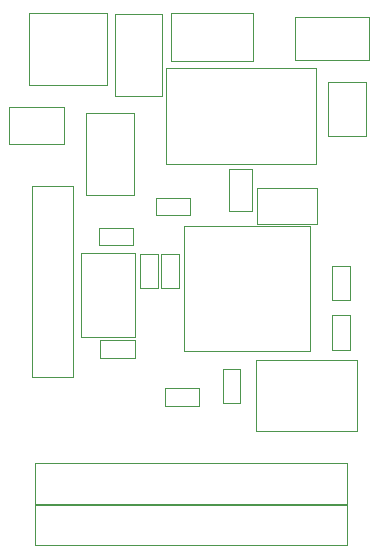
<source format=gbr>
G04 #@! TF.FileFunction,Other,User*
%FSLAX46Y46*%
G04 Gerber Fmt 4.6, Leading zero omitted, Abs format (unit mm)*
G04 Created by KiCad (PCBNEW 4.0.1-3.201512221402+6198~38~ubuntu14.04.1-stable) date Sat 13 Aug 2016 03:05:42 PM PDT*
%MOMM*%
G01*
G04 APERTURE LIST*
%ADD10C,0.100000*%
%ADD11C,0.050000*%
G04 APERTURE END LIST*
D10*
D11*
X114401600Y-115341400D02*
X114401600Y-115087400D01*
X118973600Y-115341400D02*
X114401600Y-115341400D01*
X118973600Y-115087400D02*
X118973600Y-115341400D01*
X114401600Y-108229400D02*
X114401600Y-115087400D01*
X118973600Y-108229400D02*
X114401600Y-108229400D01*
X118973600Y-115087400D02*
X118973600Y-108229400D01*
X129187000Y-123289000D02*
X137787000Y-123289000D01*
X129187000Y-117239000D02*
X137787000Y-117239000D01*
X129187000Y-123289000D02*
X129187000Y-117239000D01*
X137787000Y-123289000D02*
X137787000Y-117239000D01*
X113738600Y-118742400D02*
X113738600Y-102542400D01*
X110238600Y-118742400D02*
X110238600Y-102542400D01*
X113738600Y-118742400D02*
X110238600Y-118742400D01*
X113738600Y-102542400D02*
X110238600Y-102542400D01*
X121584720Y-100711000D02*
X121584720Y-92583000D01*
X134284720Y-100711000D02*
X121584720Y-100711000D01*
X134284720Y-92583000D02*
X134284720Y-100711000D01*
X121584720Y-92583000D02*
X134284720Y-92583000D01*
X126377000Y-118045000D02*
X126377000Y-120945000D01*
X127877000Y-118045000D02*
X126377000Y-118045000D01*
X127877000Y-120945000D02*
X126377000Y-120945000D01*
X127877000Y-118045000D02*
X127877000Y-120945000D01*
X128889000Y-101070000D02*
X128889000Y-104670000D01*
X126889000Y-101070000D02*
X126889000Y-104670000D01*
X128889000Y-101070000D02*
X126889000Y-101070000D01*
X128889000Y-104670000D02*
X126889000Y-104670000D01*
X121486000Y-121146000D02*
X124386000Y-121146000D01*
X121486000Y-119646000D02*
X121486000Y-121146000D01*
X124386000Y-119646000D02*
X124386000Y-121146000D01*
X121486000Y-119646000D02*
X124386000Y-119646000D01*
X136903400Y-129466400D02*
X110503400Y-129466400D01*
X136903400Y-132966400D02*
X110503400Y-132966400D01*
X136903400Y-129466400D02*
X136903400Y-132966400D01*
X110503400Y-129466400D02*
X110503400Y-132966400D01*
X110518000Y-129512000D02*
X136918000Y-129512000D01*
X110518000Y-126012000D02*
X136918000Y-126012000D01*
X110518000Y-129512000D02*
X110518000Y-126012000D01*
X136918000Y-129512000D02*
X136918000Y-126012000D01*
X109984000Y-87912000D02*
X109984000Y-93962000D01*
X116584000Y-87912000D02*
X116584000Y-93962000D01*
X109984000Y-87912000D02*
X116584000Y-87919560D01*
X109984000Y-93962000D02*
X116584000Y-93962000D01*
X138736000Y-91893000D02*
X138736000Y-88193000D01*
X132536000Y-91893000D02*
X132536000Y-88193000D01*
X138736000Y-88193000D02*
X132536000Y-88193000D01*
X138736000Y-91893000D02*
X132536000Y-91893000D01*
X114840000Y-103322000D02*
X114840000Y-96322000D01*
X114840000Y-96322000D02*
X118840000Y-96322000D01*
X118840000Y-96322000D02*
X118840000Y-103322000D01*
X118840000Y-103322000D02*
X114840000Y-103322000D01*
X128976000Y-91916000D02*
X121976000Y-91916000D01*
X121976000Y-91916000D02*
X121976000Y-87916000D01*
X121976000Y-87916000D02*
X128976000Y-87916000D01*
X128976000Y-87916000D02*
X128976000Y-91916000D01*
X121253000Y-87940000D02*
X121253000Y-94940000D01*
X121253000Y-94940000D02*
X117253000Y-94940000D01*
X117253000Y-94940000D02*
X117253000Y-87940000D01*
X117253000Y-87940000D02*
X121253000Y-87940000D01*
X135648000Y-113485000D02*
X135648000Y-116385000D01*
X137148000Y-113485000D02*
X135648000Y-113485000D01*
X137148000Y-116385000D02*
X135648000Y-116385000D01*
X137148000Y-113485000D02*
X137148000Y-116385000D01*
X120892000Y-111178000D02*
X120892000Y-108278000D01*
X119392000Y-111178000D02*
X120892000Y-111178000D01*
X119392000Y-108278000D02*
X120892000Y-108278000D01*
X119392000Y-111178000D02*
X119392000Y-108278000D01*
X122670000Y-111190000D02*
X122670000Y-108290000D01*
X121170000Y-111190000D02*
X122670000Y-111190000D01*
X121170000Y-108290000D02*
X122670000Y-108290000D01*
X121170000Y-111190000D02*
X121170000Y-108290000D01*
X112917000Y-99009000D02*
X108317000Y-99009000D01*
X112917000Y-95809000D02*
X108317000Y-95809000D01*
X112917000Y-99009000D02*
X112917000Y-95809000D01*
X108317000Y-99009000D02*
X108317000Y-95809000D01*
X137148000Y-112194000D02*
X137148000Y-109294000D01*
X135648000Y-112194000D02*
X137148000Y-112194000D01*
X135648000Y-109294000D02*
X137148000Y-109294000D01*
X135648000Y-112194000D02*
X135648000Y-109294000D01*
X118925000Y-115582000D02*
X116025000Y-115582000D01*
X118925000Y-117082000D02*
X118925000Y-115582000D01*
X116025000Y-117082000D02*
X116025000Y-115582000D01*
X118925000Y-117082000D02*
X116025000Y-117082000D01*
X115910000Y-107557000D02*
X118810000Y-107557000D01*
X115910000Y-106057000D02*
X115910000Y-107557000D01*
X118810000Y-106057000D02*
X118810000Y-107557000D01*
X115910000Y-106057000D02*
X118810000Y-106057000D01*
X138506000Y-93712000D02*
X138506000Y-98312000D01*
X135306000Y-93712000D02*
X135306000Y-98312000D01*
X138506000Y-93712000D02*
X135306000Y-93712000D01*
X138506000Y-98312000D02*
X135306000Y-98312000D01*
X123624000Y-103517000D02*
X120724000Y-103517000D01*
X123624000Y-105017000D02*
X123624000Y-103517000D01*
X120724000Y-105017000D02*
X120724000Y-103517000D01*
X123624000Y-105017000D02*
X120724000Y-105017000D01*
X129257000Y-102743000D02*
X129257000Y-105791000D01*
X134337000Y-102743000D02*
X129257000Y-102743000D01*
X134337000Y-105791000D02*
X134337000Y-102743000D01*
X129257000Y-105791000D02*
X134337000Y-105791000D01*
X123147800Y-105901200D02*
X123147800Y-116501200D01*
X133747800Y-105901200D02*
X133747800Y-116501200D01*
X123147800Y-105901200D02*
X133747800Y-105901200D01*
X123147800Y-116501200D02*
X133747800Y-116501200D01*
M02*

</source>
